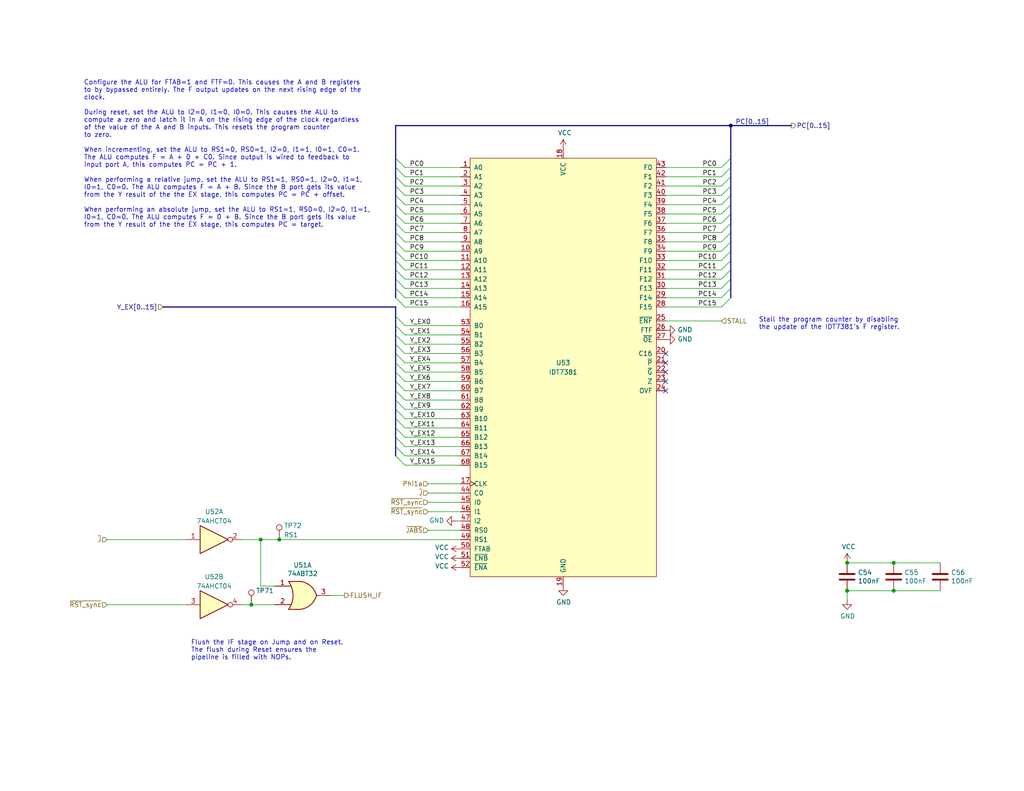
<source format=kicad_sch>
(kicad_sch (version 20230121) (generator eeschema)
  (paper "USLetter")
  (title_block (title "Program Counter") (date "2022-09-25") (rev "C") (comment 3 "sixteen-bit offset, or else reset to zero.") (comment 4 "Sixteen-bit program counter will either increment on the clock, add a specified"))
  (lib_symbols
    (symbol "74xx:74LS04"
      (property "Reference" "U" (at 0 1.27 0))
      (property "Value" "74LS04" (at 0 -1.27 0))
      (symbol "74LS04_1_0"
        (polyline (pts (xy -3.81 3.81) (xy -3.81 -3.81) (xy 3.81 0) (xy -3.81 3.81)) (stroke (width 0.254)) (fill (type background)))
        (pin input line (at -7.62 0 0) (length 3.81) (name "~") (number "1"))
        (pin output inverted (at 7.62 0 180) (length 3.81) (name "~") (number "2"))
      )
      (symbol "74LS04_2_0"
        (polyline (pts (xy -3.81 3.81) (xy -3.81 -3.81) (xy 3.81 0) (xy -3.81 3.81)) (stroke (width 0.254)) (fill (type background)))
        (pin input line (at -7.62 0 0) (length 3.81) (name "~") (number "3"))
        (pin output inverted (at 7.62 0 180) (length 3.81) (name "~") (number "4"))
      )
      (symbol "74LS04_3_0"
        (polyline (pts (xy -3.81 3.81) (xy -3.81 -3.81) (xy 3.81 0) (xy -3.81 3.81)) (stroke (width 0.254)) (fill (type background)))
        (pin input line (at -7.62 0 0) (length 3.81) (name "~") (number "5"))
        (pin output inverted (at 7.62 0 180) (length 3.81) (name "~") (number "6"))
      )
      (symbol "74LS04_4_0"
        (polyline (pts (xy -3.81 3.81) (xy -3.81 -3.81) (xy 3.81 0) (xy -3.81 3.81)) (stroke (width 0.254)) (fill (type background)))
        (pin output inverted (at 7.62 0 180) (length 3.81) (name "~") (number "8"))
        (pin input line (at -7.62 0 0) (length 3.81) (name "~") (number "9"))
      )
      (symbol "74LS04_5_0"
        (polyline (pts (xy -3.81 3.81) (xy -3.81 -3.81) (xy 3.81 0) (xy -3.81 3.81)) (stroke (width 0.254)) (fill (type background)))
        (pin output inverted (at 7.62 0 180) (length 3.81) (name "~") (number "10"))
        (pin input line (at -7.62 0 0) (length 3.81) (name "~") (number "11"))
      )
      (symbol "74LS04_6_0"
        (polyline (pts (xy -3.81 3.81) (xy -3.81 -3.81) (xy 3.81 0) (xy -3.81 3.81)) (stroke (width 0.254)) (fill (type background)))
        (pin output inverted (at 7.62 0 180) (length 3.81) (name "~") (number "12"))
        (pin input line (at -7.62 0 0) (length 3.81) (name "~") (number "13"))
      )
      (symbol "74LS04_7_0"
        (pin power_in line (at 0 12.7 270) (length 5.08) (name "VCC") (number "14"))
        (pin power_in line (at 0 -12.7 90) (length 5.08) (name "GND") (number "7"))
      )
      (symbol "74LS04_7_1"
        (rectangle (start -5.08 7.62) (end 5.08 -7.62) (stroke (width 0.254)) (fill (type background)))
      )
    )
    (symbol "74xx:74LS32" (pin_names (offset 1.016))
      (property "Reference" "U" (at 0 1.27 0))
      (property "Value" "74LS32" (at 0 -1.27 0))
      (symbol "74LS32_1_1"
        (arc (start -3.81 -3.81) (mid -2.589 0) (end -3.81 3.81) (stroke (width 0.254)))
        (arc (start -0.6096 -3.81) (mid 2.1842 -2.5851) (end 3.81 0) (stroke (width 0.254)) (fill (type background)))
        (polyline (pts (xy -3.81 -3.81) (xy -0.635 -3.81)) (stroke (width 0.254)) (fill (type background)))
        (polyline (pts (xy -3.81 3.81) (xy -0.635 3.81)) (stroke (width 0.254)) (fill (type background)))
        (polyline (pts (xy -0.635 3.81) (xy -3.81 3.81) (xy -3.81 3.81) (xy -3.556 3.4036) (xy -3.0226 2.2606) (xy -2.6924 1.0414) (xy -2.6162 -0.254) (xy -2.7686 -1.4986) (xy -3.175 -2.7178) (xy -3.81 -3.81) (xy -3.81 -3.81) (xy -0.635 -3.81)) (stroke (width -25.4)) (fill (type background)))
        (arc (start 3.81 0) (mid 2.1915 2.5936) (end -0.6096 3.81) (stroke (width 0.254)) (fill (type background)))
        (pin input line (at -7.62 2.54 0) (length 4.318) (name "~") (number "1"))
        (pin input line (at -7.62 -2.54 0) (length 4.318) (name "~") (number "2"))
        (pin output line (at 7.62 0 180) (length 3.81) (name "~") (number "3"))
      )
      (symbol "74LS32_1_2"
        (arc (start 0 -3.81) (mid 3.7934 0) (end 0 3.81) (stroke (width 0.254)) (fill (type background)))
        (polyline (pts (xy 0 3.81) (xy -3.81 3.81) (xy -3.81 -3.81) (xy 0 -3.81)) (stroke (width 0.254)) (fill (type background)))
        (pin input inverted (at -7.62 2.54 0) (length 3.81) (name "~") (number "1"))
        (pin input inverted (at -7.62 -2.54 0) (length 3.81) (name "~") (number "2"))
        (pin output inverted (at 7.62 0 180) (length 3.81) (name "~") (number "3"))
      )
      (symbol "74LS32_2_1"
        (arc (start -3.81 -3.81) (mid -2.589 0) (end -3.81 3.81) (stroke (width 0.254)))
        (arc (start -0.6096 -3.81) (mid 2.1842 -2.5851) (end 3.81 0) (stroke (width 0.254)) (fill (type background)))
        (polyline (pts (xy -3.81 -3.81) (xy -0.635 -3.81)) (stroke (width 0.254)) (fill (type background)))
        (polyline (pts (xy -3.81 3.81) (xy -0.635 3.81)) (stroke (width 0.254)) (fill (type background)))
        (polyline (pts (xy -0.635 3.81) (xy -3.81 3.81) (xy -3.81 3.81) (xy -3.556 3.4036) (xy -3.0226 2.2606) (xy -2.6924 1.0414) (xy -2.6162 -0.254) (xy -2.7686 -1.4986) (xy -3.175 -2.7178) (xy -3.81 -3.81) (xy -3.81 -3.81) (xy -0.635 -3.81)) (stroke (width -25.4)) (fill (type background)))
        (arc (start 3.81 0) (mid 2.1915 2.5936) (end -0.6096 3.81) (stroke (width 0.254)) (fill (type background)))
        (pin input line (at -7.62 2.54 0) (length 4.318) (name "~") (number "4"))
        (pin input line (at -7.62 -2.54 0) (length 4.318) (name "~") (number "5"))
        (pin output line (at 7.62 0 180) (length 3.81) (name "~") (number "6"))
      )
      (symbol "74LS32_2_2"
        (arc (start 0 -3.81) (mid 3.7934 0) (end 0 3.81) (stroke (width 0.254)) (fill (type background)))
        (polyline (pts (xy 0 3.81) (xy -3.81 3.81) (xy -3.81 -3.81) (xy 0 -3.81)) (stroke (width 0.254)) (fill (type background)))
        (pin input inverted (at -7.62 2.54 0) (length 3.81) (name "~") (number "4"))
        (pin input inverted (at -7.62 -2.54 0) (length 3.81) (name "~") (number "5"))
        (pin output inverted (at 7.62 0 180) (length 3.81) (name "~") (number "6"))
      )
      (symbol "74LS32_3_1"
        (arc (start -3.81 -3.81) (mid -2.589 0) (end -3.81 3.81) (stroke (width 0.254)))
        (arc (start -0.6096 -3.81) (mid 2.1842 -2.5851) (end 3.81 0) (stroke (width 0.254)) (fill (type background)))
        (polyline (pts (xy -3.81 -3.81) (xy -0.635 -3.81)) (stroke (width 0.254)) (fill (type background)))
        (polyline (pts (xy -3.81 3.81) (xy -0.635 3.81)) (stroke (width 0.254)) (fill (type background)))
        (polyline (pts (xy -0.635 3.81) (xy -3.81 3.81) (xy -3.81 3.81) (xy -3.556 3.4036) (xy -3.0226 2.2606) (xy -2.6924 1.0414) (xy -2.6162 -0.254) (xy -2.7686 -1.4986) (xy -3.175 -2.7178) (xy -3.81 -3.81) (xy -3.81 -3.81) (xy -0.635 -3.81)) (stroke (width -25.4)) (fill (type background)))
        (arc (start 3.81 0) (mid 2.1915 2.5936) (end -0.6096 3.81) (stroke (width 0.254)) (fill (type background)))
        (pin input line (at -7.62 -2.54 0) (length 4.318) (name "~") (number "10"))
        (pin output line (at 7.62 0 180) (length 3.81) (name "~") (number "8"))
        (pin input line (at -7.62 2.54 0) (length 4.318) (name "~") (number "9"))
      )
      (symbol "74LS32_3_2"
        (arc (start 0 -3.81) (mid 3.7934 0) (end 0 3.81) (stroke (width 0.254)) (fill (type background)))
        (polyline (pts (xy 0 3.81) (xy -3.81 3.81) (xy -3.81 -3.81) (xy 0 -3.81)) (stroke (width 0.254)) (fill (type background)))
        (pin input inverted (at -7.62 -2.54 0) (length 3.81) (name "~") (number "10"))
        (pin output inverted (at 7.62 0 180) (length 3.81) (name "~") (number "8"))
        (pin input inverted (at -7.62 2.54 0) (length 3.81) (name "~") (number "9"))
      )
      (symbol "74LS32_4_1"
        (arc (start -3.81 -3.81) (mid -2.589 0) (end -3.81 3.81) (stroke (width 0.254)))
        (arc (start -0.6096 -3.81) (mid 2.1842 -2.5851) (end 3.81 0) (stroke (width 0.254)) (fill (type background)))
        (polyline (pts (xy -3.81 -3.81) (xy -0.635 -3.81)) (stroke (width 0.254)) (fill (type background)))
        (polyline (pts (xy -3.81 3.81) (xy -0.635 3.81)) (stroke (width 0.254)) (fill (type background)))
        (polyline (pts (xy -0.635 3.81) (xy -3.81 3.81) (xy -3.81 3.81) (xy -3.556 3.4036) (xy -3.0226 2.2606) (xy -2.6924 1.0414) (xy -2.6162 -0.254) (xy -2.7686 -1.4986) (xy -3.175 -2.7178) (xy -3.81 -3.81) (xy -3.81 -3.81) (xy -0.635 -3.81)) (stroke (width -25.4)) (fill (type background)))
        (arc (start 3.81 0) (mid 2.1915 2.5936) (end -0.6096 3.81) (stroke (width 0.254)) (fill (type background)))
        (pin output line (at 7.62 0 180) (length 3.81) (name "~") (number "11"))
        (pin input line (at -7.62 2.54 0) (length 4.318) (name "~") (number "12"))
        (pin input line (at -7.62 -2.54 0) (length 4.318) (name "~") (number "13"))
      )
      (symbol "74LS32_4_2"
        (arc (start 0 -3.81) (mid 3.7934 0) (end 0 3.81) (stroke (width 0.254)) (fill (type background)))
        (polyline (pts (xy 0 3.81) (xy -3.81 3.81) (xy -3.81 -3.81) (xy 0 -3.81)) (stroke (width 0.254)) (fill (type background)))
        (pin output inverted (at 7.62 0 180) (length 3.81) (name "~") (number "11"))
        (pin input inverted (at -7.62 2.54 0) (length 3.81) (name "~") (number "12"))
        (pin input inverted (at -7.62 -2.54 0) (length 3.81) (name "~") (number "13"))
      )
      (symbol "74LS32_5_0"
        (pin power_in line (at 0 12.7 270) (length 5.08) (name "VCC") (number "14"))
        (pin power_in line (at 0 -12.7 90) (length 5.08) (name "GND") (number "7"))
      )
      (symbol "74LS32_5_1"
        (rectangle (start -5.08 7.62) (end 5.08 -7.62) (stroke (width 0.254)) (fill (type background)))
      )
    )
    (symbol "Connector:TestPoint" (pin_numbers hide) (pin_names (offset 0.762) hide)
      (property "Reference" "TP" (at 0 6.858 0))
      (property "Value" "TestPoint" (at 0 5.08 0))
      (symbol "TestPoint_0_1"
        (circle (center 0 3.302) (radius 0.762))
      )
      (symbol "TestPoint_1_1"
        (pin passive line (at 0 0 90) (length 2.54) (name "1") (number "1"))
      )
    )
    (symbol "Device:C" (pin_numbers hide) (pin_names (offset 0.254))
      (property "Reference" "C" (at 0.635 2.54 0))
      (property "Value" "C" (at 0.635 -2.54 0))
      (symbol "C_0_1"
        (polyline (pts (xy -2.032 -0.762) (xy 2.032 -0.762)) (stroke (width 0.508)))
        (polyline (pts (xy -2.032 0.762) (xy 2.032 0.762)) (stroke (width 0.508)))
      )
      (symbol "C_1_1"
        (pin passive line (at 0 3.81 270) (length 2.794) (name "~") (number "1"))
        (pin passive line (at 0 -3.81 90) (length 2.794) (name "~") (number "2"))
      )
    )
    (symbol "PCIFModule-rescue:IDT7381-CPU" (pin_names (offset 1.016))
      (property "Reference" "U" (at 1.27 2.54 0))
      (property "Value" "IDT7381-CPU" (at 1.27 0 0))
      (symbol "IDT7381-CPU_0_1"
        (rectangle (start -25.4 57.15) (end 25.4 -57.15) (fill (type background)))
      )
      (symbol "IDT7381-CPU_1_1"
        (pin input line (at -27.94 54.61 0) (length 2.54) (name "A0") (number "1"))
        (pin input line (at -27.94 31.75 0) (length 2.54) (name "A9") (number "10"))
        (pin input line (at -27.94 29.21 0) (length 2.54) (name "A10") (number "11"))
        (pin input line (at -27.94 26.67 0) (length 2.54) (name "A11") (number "12"))
        (pin input line (at -27.94 24.13 0) (length 2.54) (name "A12") (number "13"))
        (pin input line (at -27.94 21.59 0) (length 2.54) (name "A13") (number "14"))
        (pin input line (at -27.94 19.05 0) (length 2.54) (name "A14") (number "15"))
        (pin input line (at -27.94 16.51 0) (length 2.54) (name "A15") (number "16"))
        (pin input clock (at -27.94 -31.75 0) (length 2.54) (name "CLK") (number "17"))
        (pin power_in line (at 0 59.69 270) (length 2.54) (name "VCC") (number "18"))
        (pin power_in line (at 0 -59.69 90) (length 2.54) (name "GND") (number "19"))
        (pin input line (at -27.94 52.07 0) (length 2.54) (name "A1") (number "2"))
        (pin output line (at 27.94 3.81 180) (length 2.54) (name "C16") (number "20"))
        (pin output line (at 27.94 1.27 180) (length 2.54) (name "~{P}") (number "21"))
        (pin output line (at 27.94 -1.27 180) (length 2.54) (name "~{G}") (number "22"))
        (pin output line (at 27.94 -3.81 180) (length 2.54) (name "Z") (number "23"))
        (pin output line (at 27.94 -6.35 180) (length 2.54) (name "OVF") (number "24"))
        (pin input line (at 27.94 12.7 180) (length 2.54) (name "~{ENF}") (number "25"))
        (pin input line (at 27.94 10.16 180) (length 2.54) (name "FTF") (number "26"))
        (pin input line (at 27.94 7.62 180) (length 2.54) (name "~{OE}") (number "27"))
        (pin tri_state line (at 27.94 16.51 180) (length 2.54) (name "F15") (number "28"))
        (pin tri_state line (at 27.94 19.05 180) (length 2.54) (name "F14") (number "29"))
        (pin input line (at -27.94 49.53 0) (length 2.54) (name "A2") (number "3"))
        (pin tri_state line (at 27.94 21.59 180) (length 2.54) (name "F13") (number "30"))
        (pin tri_state line (at 27.94 24.13 180) (length 2.54) (name "F12") (number "31"))
        (pin tri_state line (at 27.94 26.67 180) (length 2.54) (name "F11") (number "32"))
        (pin tri_state line (at 27.94 29.21 180) (length 2.54) (name "F10") (number "33"))
        (pin tri_state line (at 27.94 31.75 180) (length 2.54) (name "F9") (number "34"))
        (pin tri_state line (at 27.94 34.29 180) (length 2.54) (name "F8") (number "35"))
        (pin tri_state line (at 27.94 36.83 180) (length 2.54) (name "F7") (number "36"))
        (pin tri_state line (at 27.94 39.37 180) (length 2.54) (name "F6") (number "37"))
        (pin tri_state line (at 27.94 41.91 180) (length 2.54) (name "F5") (number "38"))
        (pin tri_state line (at 27.94 44.45 180) (length 2.54) (name "F4") (number "39"))
        (pin input line (at -27.94 46.99 0) (length 2.54) (name "A3") (number "4"))
        (pin tri_state line (at 27.94 46.99 180) (length 2.54) (name "F3") (number "40"))
        (pin tri_state line (at 27.94 49.53 180) (length 2.54) (name "F2") (number "41"))
        (pin tri_state line (at 27.94 52.07 180) (length 2.54) (name "F1") (number "42"))
        (pin tri_state line (at 27.94 54.61 180) (length 2.54) (name "F0") (number "43"))
        (pin input line (at -27.94 -34.29 0) (length 2.54) (name "C0") (number "44"))
        (pin input line (at -27.94 -36.83 0) (length 2.54) (name "I0") (number "45"))
        (pin input line (at -27.94 -39.37 0) (length 2.54) (name "I1") (number "46"))
        (pin input line (at -27.94 -41.91 0) (length 2.54) (name "I2") (number "47"))
        (pin input line (at -27.94 -44.45 0) (length 2.54) (name "RS0") (number "48"))
        (pin input line (at -27.94 -46.99 0) (length 2.54) (name "RS1") (number "49"))
        (pin input line (at -27.94 44.45 0) (length 2.54) (name "A4") (number "5"))
        (pin input line (at -27.94 -49.53 0) (length 2.54) (name "FTAB") (number "50"))
        (pin input line (at -27.94 -52.07 0) (length 2.54) (name "~{ENB}") (number "51"))
        (pin input line (at -27.94 -54.61 0) (length 2.54) (name "~{ENA}") (number "52"))
        (pin input line (at -27.94 11.43 0) (length 2.54) (name "B0") (number "53"))
        (pin input line (at -27.94 8.89 0) (length 2.54) (name "B1") (number "54"))
        (pin input line (at -27.94 6.35 0) (length 2.54) (name "B2") (number "55"))
        (pin input line (at -27.94 3.81 0) (length 2.54) (name "B3") (number "56"))
        (pin input line (at -27.94 1.27 0) (length 2.54) (name "B4") (number "57"))
        (pin input line (at -27.94 -1.27 0) (length 2.54) (name "B5") (number "58"))
        (pin input line (at -27.94 -3.81 0) (length 2.54) (name "B6") (number "59"))
        (pin input line (at -27.94 41.91 0) (length 2.54) (name "A5") (number "6"))
        (pin input line (at -27.94 -6.35 0) (length 2.54) (name "B7") (number "60"))
        (pin input line (at -27.94 -8.89 0) (length 2.54) (name "B8") (number "61"))
        (pin input line (at -27.94 -11.43 0) (length 2.54) (name "B9") (number "62"))
        (pin input line (at -27.94 -13.97 0) (length 2.54) (name "B10") (number "63"))
        (pin input line (at -27.94 -16.51 0) (length 2.54) (name "B11") (number "64"))
        (pin input line (at -27.94 -19.05 0) (length 2.54) (name "B12") (number "65"))
        (pin input line (at -27.94 -21.59 0) (length 2.54) (name "B13") (number "66"))
        (pin input line (at -27.94 -24.13 0) (length 2.54) (name "B14") (number "67"))
        (pin input line (at -27.94 -26.67 0) (length 2.54) (name "B15") (number "68"))
        (pin input line (at -27.94 39.37 0) (length 2.54) (name "A6") (number "7"))
        (pin input line (at -27.94 36.83 0) (length 2.54) (name "A7") (number "8"))
        (pin input line (at -27.94 34.29 0) (length 2.54) (name "A8") (number "9"))
      )
    )
    (symbol "power:GND" (power) (pin_names (offset 0))
      (property "Value" "GND" (at 0 -3.81 0))
      (symbol "GND_0_1"
        (polyline (pts (xy 0 0) (xy 0 -1.27) (xy 1.27 -1.27) (xy 0 -2.54) (xy -1.27 -1.27) (xy 0 -1.27)))
      )
      (symbol "GND_1_1"
        (pin power_in line (at 0 0 270) (length 0) hide (name "GND") (number "1"))
      )
    )
    (symbol "power:VCC" (power) (pin_names (offset 0))
      (property "Value" "VCC" (at 0 3.81 0))
      (symbol "VCC_0_1"
        (polyline (pts (xy -0.762 1.27) (xy 0 2.54)))
        (polyline (pts (xy 0 0) (xy 0 2.54)))
        (polyline (pts (xy 0 2.54) (xy 0.762 1.27)))
      )
      (symbol "VCC_1_1"
        (pin power_in line (at 0 0 90) (length 0) hide (name "VCC") (number "1"))
      )
    )
  )
  (junction (at -53.34 147.32))
  (junction (at -29.21 157.48))
  (junction (at 231.14 161.29))
  (junction (at -53.34 152.4))
  (junction (at -53.34 133.35))
  (junction (at -53.34 162.56))
  (junction (at -53.34 167.64))
  (junction (at -29.21 143.51))
  (junction (at 243.84 161.29))
  (junction (at -29.21 129.54))
  (junction (at 199.39 34.29))
  (junction (at 231.14 153.67))
  (junction (at -29.21 171.45))
  (junction (at 71.12 147.32))
  (junction (at 76.2 147.32))
  (junction (at 243.84 153.67))
  (junction (at 68.58 165.1))
  (junction (at -53.34 138.43))
  (no_connect (at -13.97 129.54))
  (no_connect (at 181.61 104.14))
  (no_connect (at -13.97 143.51))
  (no_connect (at 181.61 101.6))
  (no_connect (at -35.56 165.1))
  (no_connect (at 181.61 106.68))
  (no_connect (at -35.56 135.89))
  (no_connect (at -13.97 157.48))
  (no_connect (at -35.56 149.86))
  (no_connect (at 181.61 96.52))
  (no_connect (at 181.61 99.06))
  (no_connect (at -13.97 171.45))
  (bus_entry (at 110.49 53.34) (size -2.54 -2.54))
  (bus_entry (at 110.49 91.44) (size -2.54 -2.54))
  (bus_entry (at 110.49 48.26) (size -2.54 -2.54))
  (bus_entry (at 110.49 76.2) (size -2.54 -2.54))
  (bus_entry (at 110.49 63.5) (size -2.54 -2.54))
  (bus_entry (at 110.49 73.66) (size -2.54 -2.54))
  (bus_entry (at 196.85 48.26) (size 2.54 -2.54))
  (bus_entry (at 110.49 99.06) (size -2.54 -2.54))
  (bus_entry (at 196.85 55.88) (size 2.54 -2.54))
  (bus_entry (at 196.85 73.66) (size 2.54 -2.54))
  (bus_entry (at 110.49 66.04) (size -2.54 -2.54))
  (bus_entry (at 110.49 96.52) (size -2.54 -2.54))
  (bus_entry (at 196.85 76.2) (size 2.54 -2.54))
  (bus_entry (at 110.49 55.88) (size -2.54 -2.54))
  (bus_entry (at 110.49 60.96) (size -2.54 -2.54))
  (bus_entry (at 196.85 71.12) (size 2.54 -2.54))
  (bus_entry (at 110.49 101.6) (size -2.54 -2.54))
  (bus_entry (at 110.49 119.38) (size -2.54 -2.54))
  (bus_entry (at 110.49 71.12) (size -2.54 -2.54))
  (bus_entry (at 110.49 114.3) (size -2.54 -2.54))
  (bus_entry (at 110.49 88.9) (size -2.54 -2.54))
  (bus_entry (at 196.85 81.28) (size 2.54 -2.54))
  (bus_entry (at 196.85 66.04) (size 2.54 -2.54))
  (bus_entry (at 196.85 68.58) (size 2.54 -2.54))
  (bus_entry (at 110.49 81.28) (size -2.54 -2.54))
  (bus_entry (at 110.49 127) (size -2.54 -2.54))
  (bus_entry (at 196.85 83.82) (size 2.54 -2.54))
  (bus_entry (at 110.49 45.72) (size -2.54 -2.54))
  (bus_entry (at 196.85 63.5) (size 2.54 -2.54))
  (bus_entry (at 110.49 83.82) (size -2.54 -2.54))
  (bus_entry (at 110.49 121.92) (size -2.54 -2.54))
  (bus_entry (at 110.49 78.74) (size -2.54 -2.54))
  (bus_entry (at 110.49 109.22) (size -2.54 -2.54))
  (bus_entry (at 196.85 50.8) (size 2.54 -2.54))
  (bus_entry (at 196.85 45.72) (size 2.54 -2.54))
  (bus_entry (at 110.49 111.76) (size -2.54 -2.54))
  (bus_entry (at 110.49 50.8) (size -2.54 -2.54))
  (bus_entry (at 110.49 124.46) (size -2.54 -2.54))
  (bus_entry (at 110.49 93.98) (size -2.54 -2.54))
  (bus_entry (at 196.85 53.34) (size 2.54 -2.54))
  (bus_entry (at 110.49 58.42) (size -2.54 -2.54))
  (bus_entry (at 196.85 60.96) (size 2.54 -2.54))
  (bus_entry (at 110.49 106.68) (size -2.54 -2.54))
  (bus_entry (at 110.49 68.58) (size -2.54 -2.54))
  (bus_entry (at 196.85 58.42) (size 2.54 -2.54))
  (bus_entry (at 196.85 78.74) (size 2.54 -2.54))
  (bus_entry (at 110.49 116.84) (size -2.54 -2.54))
  (bus_entry (at 110.49 104.14) (size -2.54 -2.54))
  (wire (pts (xy -53.34 118.11) (xy -53.34 133.35)))
  (wire (pts (xy 256.54 161.29) (xy 243.84 161.29)))
  (wire (pts (xy 68.58 165.1) (xy 74.93 165.1)))
  (wire (pts (xy 71.12 160.02) (xy 71.12 147.32)))
  (wire (pts (xy 110.49 58.42) (xy 125.73 58.42)))
  (bus (pts (xy 107.95 63.5) (xy 107.95 66.04)))
  (bus (pts (xy 107.95 119.38) (xy 107.95 121.92)))
  (bus (pts (xy 199.39 58.42) (xy 199.39 60.96)))
  (wire (pts (xy 110.49 106.68) (xy 125.73 106.68)))
  (wire (pts (xy 110.49 78.74) (xy 125.73 78.74)))
  (wire (pts (xy 110.49 114.3) (xy 125.73 114.3)))
  (wire (pts (xy 196.85 78.74) (xy 181.61 78.74)))
  (bus (pts (xy 107.95 104.14) (xy 107.95 106.68)))
  (bus (pts (xy 199.39 50.8) (xy 199.39 53.34)))
  (wire (pts (xy 66.04 147.32) (xy 71.12 147.32)))
  (wire (pts (xy -50.8 133.35) (xy -53.34 133.35)))
  (wire (pts (xy -50.8 138.43) (xy -53.34 138.43)))
  (bus (pts (xy 107.95 116.84) (xy 107.95 119.38)))
  (wire (pts (xy 196.85 73.66) (xy 181.61 73.66)))
  (wire (pts (xy 110.49 93.98) (xy 125.73 93.98)))
  (bus (pts (xy 199.39 34.29) (xy 199.39 43.18)))
  (bus (pts (xy 107.95 109.22) (xy 107.95 111.76)))
  (wire (pts (xy 110.49 91.44) (xy 125.73 91.44)))
  (wire (pts (xy 116.84 139.7) (xy 125.73 139.7)))
  (wire (pts (xy 196.85 83.82) (xy 181.61 83.82)))
  (wire (pts (xy -29.21 199.39) (xy -29.21 200.66)))
  (wire (pts (xy 196.85 76.2) (xy 181.61 76.2)))
  (bus (pts (xy 107.95 99.06) (xy 107.95 101.6)))
  (bus (pts (xy 107.95 43.18) (xy 107.95 45.72)))
  (wire (pts (xy -53.34 162.56) (xy -53.34 167.64)))
  (bus (pts (xy 107.95 83.82) (xy 44.45 83.82)))
  (wire (pts (xy -53.34 138.43) (xy -53.34 147.32)))
  (bus (pts (xy 107.95 73.66) (xy 107.95 76.2)))
  (bus (pts (xy 107.95 121.92) (xy 107.95 124.46)))
  (bus (pts (xy 107.95 88.9) (xy 107.95 91.44)))
  (bus (pts (xy 199.39 68.58) (xy 199.39 71.12)))
  (bus (pts (xy 199.39 73.66) (xy 199.39 76.2)))
  (wire (pts (xy 110.49 109.22) (xy 125.73 109.22)))
  (wire (pts (xy 110.49 88.9) (xy 125.73 88.9)))
  (wire (pts (xy -29.21 143.51) (xy -29.21 157.48)))
  (bus (pts (xy 107.95 93.98) (xy 107.95 96.52)))
  (bus (pts (xy 107.95 86.36) (xy 107.95 88.9)))
  (wire (pts (xy 71.12 147.32) (xy 76.2 147.32)))
  (wire (pts (xy 29.21 165.1) (xy 50.8 165.1)))
  (bus (pts (xy 107.95 58.42) (xy 107.95 60.96)))
  (wire (pts (xy 110.49 73.66) (xy 125.73 73.66)))
  (bus (pts (xy 107.95 55.88) (xy 107.95 58.42)))
  (bus (pts (xy 199.39 53.34) (xy 199.39 55.88)))
  (wire (pts (xy 196.85 53.34) (xy 181.61 53.34)))
  (bus (pts (xy 107.95 96.52) (xy 107.95 99.06)))
  (wire (pts (xy 110.49 83.82) (xy 125.73 83.82)))
  (bus (pts (xy 199.39 43.18) (xy 199.39 45.72)))
  (wire (pts (xy 231.14 163.83) (xy 231.14 161.29)))
  (bus (pts (xy 199.39 66.04) (xy 199.39 68.58)))
  (wire (pts (xy 196.85 45.72) (xy 181.61 45.72)))
  (wire (pts (xy 196.85 48.26) (xy 181.61 48.26)))
  (bus (pts (xy 199.39 60.96) (xy 199.39 63.5)))
  (bus (pts (xy 107.95 83.82) (xy 107.95 86.36)))
  (wire (pts (xy 196.85 63.5) (xy 181.61 63.5)))
  (wire (pts (xy -50.8 162.56) (xy -53.34 162.56)))
  (wire (pts (xy 110.49 45.72) (xy 125.73 45.72)))
  (bus (pts (xy 107.95 106.68) (xy 107.95 109.22)))
  (bus (pts (xy 107.95 111.76) (xy 107.95 114.3)))
  (bus (pts (xy 107.95 76.2) (xy 107.95 78.74)))
  (bus (pts (xy 107.95 91.44) (xy 107.95 93.98)))
  (bus (pts (xy 107.95 78.74) (xy 107.95 81.28)))
  (wire (pts (xy 110.49 50.8) (xy 125.73 50.8)))
  (bus (pts (xy 199.39 71.12) (xy 199.39 73.66)))
  (wire (pts (xy -50.8 152.4) (xy -53.34 152.4)))
  (wire (pts (xy 116.84 144.78) (xy 125.73 144.78)))
  (bus (pts (xy 107.95 34.29) (xy 107.95 43.18)))
  (wire (pts (xy 116.84 137.16) (xy 125.73 137.16)))
  (wire (pts (xy 110.49 53.34) (xy 125.73 53.34)))
  (wire (pts (xy 110.49 99.06) (xy 125.73 99.06)))
  (bus (pts (xy 199.39 48.26) (xy 199.39 50.8)))
  (wire (pts (xy 231.14 153.67) (xy 243.84 153.67)))
  (wire (pts (xy 110.49 104.14) (xy 125.73 104.14)))
  (bus (pts (xy 107.95 34.29) (xy 199.39 34.29)))
  (bus (pts (xy 199.39 55.88) (xy 199.39 58.42)))
  (wire (pts (xy 110.49 60.96) (xy 125.73 60.96)))
  (bus (pts (xy 107.95 48.26) (xy 107.95 50.8)))
  (bus (pts (xy 107.95 101.6) (xy 107.95 104.14)))
  (wire (pts (xy 110.49 116.84) (xy 125.73 116.84)))
  (wire (pts (xy -50.8 147.32) (xy -53.34 147.32)))
  (bus (pts (xy 107.95 66.04) (xy 107.95 68.58)))
  (wire (pts (xy -29.21 129.54) (xy -29.21 143.51)))
  (wire (pts (xy 110.49 96.52) (xy 125.73 96.52)))
  (wire (pts (xy -53.34 152.4) (xy -53.34 162.56)))
  (bus (pts (xy 107.95 45.72) (xy 107.95 48.26)))
  (bus (pts (xy 107.95 71.12) (xy 107.95 73.66)))
  (wire (pts (xy 110.49 71.12) (xy 125.73 71.12)))
  (wire (pts (xy 110.49 124.46) (xy 125.73 124.46)))
  (wire (pts (xy 66.04 165.1) (xy 68.58 165.1)))
  (bus (pts (xy 199.39 63.5) (xy 199.39 66.04)))
  (wire (pts (xy 196.85 60.96) (xy 181.61 60.96)))
  (wire (pts (xy 110.49 81.28) (xy 125.73 81.28)))
  (bus (pts (xy 199.39 76.2) (xy 199.39 78.74)))
  (wire (pts (xy 243.84 161.29) (xy 231.14 161.29)))
  (wire (pts (xy 196.85 68.58) (xy 181.61 68.58)))
  (bus (pts (xy 199.39 45.72) (xy 199.39 48.26)))
  (bus (pts (xy 107.95 60.96) (xy 107.95 63.5)))
  (bus (pts (xy 199.39 78.74) (xy 199.39 81.28)))
  (wire (pts (xy 110.49 121.92) (xy 125.73 121.92)))
  (wire (pts (xy 110.49 111.76) (xy 125.73 111.76)))
  (wire (pts (xy 196.85 81.28) (xy 181.61 81.28)))
  (bus (pts (xy 107.95 114.3) (xy 107.95 116.84)))
  (wire (pts (xy -29.21 157.48) (xy -29.21 171.45)))
  (wire (pts (xy 110.49 66.04) (xy 125.73 66.04)))
  (wire (pts (xy 93.98 162.56) (xy 90.17 162.56)))
  (wire (pts (xy 243.84 153.67) (xy 256.54 153.67)))
  (wire (pts (xy 196.85 50.8) (xy 181.61 50.8)))
  (wire (pts (xy 110.49 48.26) (xy 125.73 48.26)))
  (wire (pts (xy 110.49 76.2) (xy 125.73 76.2)))
  (wire (pts (xy 110.49 68.58) (xy 125.73 68.58)))
  (wire (pts (xy 181.61 87.63) (xy 196.85 87.63)))
  (wire (pts (xy -29.21 171.45) (xy -29.21 173.99)))
  (bus (pts (xy 107.95 68.58) (xy 107.95 71.12)))
  (wire (pts (xy -53.34 167.64) (xy -53.34 173.99)))
  (wire (pts (xy 110.49 119.38) (xy 125.73 119.38)))
  (bus (pts (xy 107.95 53.34) (xy 107.95 55.88)))
  (wire (pts (xy -53.34 147.32) (xy -53.34 152.4)))
  (bus (pts (xy 107.95 50.8) (xy 107.95 53.34)))
  (wire (pts (xy 196.85 71.12) (xy 181.61 71.12)))
  (wire (pts (xy 116.84 134.62) (xy 125.73 134.62)))
  (wire (pts (xy -29.21 118.11) (xy -29.21 129.54)))
  (wire (pts (xy 29.21 147.32) (xy 50.8 147.32)))
  (wire (pts (xy 110.49 101.6) (xy 125.73 101.6)))
  (wire (pts (xy 196.85 55.88) (xy 181.61 55.88)))
  (wire (pts (xy 76.2 147.32) (xy 125.73 147.32)))
  (bus (pts (xy 215.9 34.29) (xy 199.39 34.29)))
  (wire (pts (xy 125.73 142.24) (xy 124.46 142.24)))
  (wire (pts (xy 74.93 160.02) (xy 71.12 160.02)))
  (wire (pts (xy 116.84 132.08) (xy 125.73 132.08)))
  (wire (pts (xy -53.34 133.35) (xy -53.34 138.43)))
  (wire (pts (xy 110.49 127) (xy 125.73 127)))
  (wire (pts (xy -50.8 167.64) (xy -53.34 167.64)))
  (wire (pts (xy 110.49 55.88) (xy 125.73 55.88)))
  (wire (pts (xy 196.85 66.04) (xy 181.61 66.04)))
  (wire (pts (xy 110.49 63.5) (xy 125.73 63.5)))
  (wire (pts (xy 196.85 58.42) (xy 181.61 58.42)))
  (text "Stall the program counter by disabling\nthe update of the IDT7381’s F register." (at 207.01 90.17 0) (effects (font (size 1.27 1.27)) (justify left bottom)))
  (text "Flush the IF stage on Jump and on Reset.\nThe flush during Reset ensures the\npipeline is filled with NOPs." (at 52.07 180.34 0) (effects (font (size 1.27 1.27)) (justify left bottom)))
  (text "Configure the ALU for FTAB=1 and FTF=0. This causes the A and B registers\nto by bypassed entirely. The F output updates on the next rising edge of the\nclock.\n\nDuring reset, set the ALU to I2=0, I1=0, I0=0. This causes the ALU to\ncompute a zero and latch it in A on the rising edge of the clock regardless\nof the value of the A and B inputs. This resets the program counter\nto zero.\n\nWhen incrementing, set the ALU to RS1=0, RS0=1, I2=0, I1=1, I0=1, C0=1.\nThe ALU computes F = A + 0 + C0. Since output is wired to feedback to\ninput port A, this computes PC = PC + 1.\n\nWhen performing a relative jump, set the ALU to RS1=1, RS0=1, I2=0, I1=1,\nI0=1, C0=0. The ALU computes F = A + B. Since the B port gets its value\nfrom the Y result of the the EX stage, this computes PC = PC + offset.\n\nWhen performing an absolute jump, set the ALU to RS1=1, RS0=0, I2=0, I1=1,\nI0=1, C0=0. The ALU computes F = 0 + B. Since the B port gets its value\nfrom the Y result of the the EX stage, this computes PC = target." (at 22.86 62.23 0) (effects (font (size 1.27 1.27)) (justify left bottom)))
  (label "PC8" (at 111.76 66.04 0))
  (label "PC11" (at 111.76 73.66 0))
  (label "Y_EX9" (at 111.76 111.76 0))
  (label "PC3" (at 111.76 53.34 0))
  (label "Y_EX1" (at 111.76 91.44 0))
  (label "PC13" (at 111.76 78.74 0))
  (label "PC4" (at 111.76 55.88 0))
  (label "PC2" (at 195.58 50.8 180))
  (label "Y_EX6" (at 111.76 104.14 0))
  (label "Y_EX14" (at 111.76 124.46 0))
  (label "Y_EX13" (at 111.76 121.92 0))
  (label "PC9" (at 195.58 68.58 180))
  (label "Y_EX0" (at 111.76 88.9 0))
  (label "PC15" (at 195.58 83.82 180))
  (label "PC15" (at 111.76 83.82 0))
  (label "PC0" (at 111.76 45.72 0))
  (label "Y_EX3" (at 111.76 96.52 0))
  (label "PC5" (at 195.58 58.42 180))
  (label "PC11" (at 195.58 73.66 180))
  (label "Y_EX11" (at 111.76 116.84 0))
  (label "PC10" (at 195.58 71.12 180))
  (label "Y_EX7" (at 111.76 106.68 0))
  (label "Y_EX5" (at 111.76 101.6 0))
  (label "PC14" (at 111.76 81.28 0))
  (label "Y_EX2" (at 111.76 93.98 0))
  (label "PC12" (at 195.58 76.2 180))
  (label "PC10" (at 111.76 71.12 0))
  (label "PC8" (at 195.58 66.04 180))
  (label "PC6" (at 111.76 60.96 0))
  (label "PC6" (at 195.58 60.96 180))
  (label "PC2" (at 111.76 50.8 0))
  (label "PC9" (at 111.76 68.58 0))
  (label "PC4" (at 195.58 55.88 180))
  (label "Y_EX4" (at 111.76 99.06 0))
  (label "PC13" (at 195.58 78.74 180))
  (label "PC0" (at 195.58 45.72 180))
  (label "PC1" (at 195.58 48.26 180))
  (label "PC14" (at 195.58 81.28 180))
  (label "Y_EX12" (at 111.76 119.38 0))
  (label "Y_EX15" (at 111.76 127 0))
  (label "Y_EX10" (at 111.76 114.3 0))
  (label "PC7" (at 195.58 63.5 180))
  (label "PC3" (at 195.58 53.34 180))
  (label "PC5" (at 111.76 58.42 0))
  (label "PC[0..15]" (at 200.66 34.29 0))
  (label "PC7" (at 111.76 63.5 0))
  (label "Y_EX8" (at 111.76 109.22 0))
  (label "PC12" (at 111.76 76.2 0))
  (label "PC1" (at 111.76 48.26 0))
  (hierarchical_label "STALL" (shape input) (at 196.85 87.63 0))
  (hierarchical_label "~{JABS}" (shape input) (at 116.84 144.78 180))
  (hierarchical_label "PC[0..15]" (shape output) (at 215.9 34.29 0))
  (hierarchical_label "Phi1a" (shape input) (at 116.84 132.08 180))
  (hierarchical_label "~{RST_sync}" (shape input) (at 116.84 139.7 180))
  (hierarchical_label "Y_EX[0..15]" (shape input) (at 44.45 83.82 180))
  (hierarchical_label "~{J}" (shape input) (at 29.21 147.32 180))
  (hierarchical_label "~{J}" (shape input) (at 116.84 134.62 180))
  (hierarchical_label "~{RST_sync}" (shape input) (at 29.21 165.1 180))
  (hierarchical_label "~{RST_sync}" (shape input) (at 116.84 137.16 180))
  (hierarchical_label "FLUSH_IF" (shape output) (at 93.98 162.56 0))
  (symbol (lib_id "Device:C") (at 231.14 157.48 0) (unit 1)
    (property "Reference" "C54" (at 234.061 156.3116 0) (effects (justify left)))
    (property "Value" "100nF" (at 234.061 158.623 0) (effects (justify left)))
    (property "Footprint" "Capacitor_SMD:C_0603_1608Metric_Pad1.08x0.95mm_HandSolder" (effects hide))
    (property "Mouser" "https://www.mouser.com/ProductDetail/963-EMK107B7104KAHT" (effects hide))
  )
  (symbol (lib_id "Device:C") (at 243.84 157.48 0) (unit 1)
    (property "Reference" "C55" (at 246.761 156.3116 0) (effects (justify left)))
    (property "Value" "100nF" (at 246.761 158.623 0) (effects (justify left)))
    (property "Footprint" "Capacitor_SMD:C_0603_1608Metric_Pad1.08x0.95mm_HandSolder" (effects hide))
    (property "Mouser" "https://www.mouser.com/ProductDetail/963-EMK107B7104KAHT" (effects hide))
  )
  (symbol (lib_id "power:VCC") (at 231.14 153.67 0) (unit 1)
    (property "Reference" "#PWR0294" (effects hide))
    (property "Value" "VCC" (at 231.5718 149.2758 0))
  )
  (symbol (lib_id "power:GND") (at 231.14 163.83 0) (unit 1)
    (property "Reference" "#PWR0295" (effects hide))
    (property "Value" "GND" (at 231.267 168.2242 0))
  )
  (symbol (lib_id "PCIFModule-rescue:IDT7381-CPU") (at 153.67 100.33 0) (unit 1)
    (property "Reference" "U53" (at 153.67 99.06 0))
    (property "Value" "IDT7381" (at 153.67 101.6 0))
    (property "Footprint" "Package_LCC:PLCC-68_SMD-Socket" (effects hide))
    (property "Datasheet" "https://www.digchip.com/datasheets/download_datasheet.php?id=419696&part-number=IDT7381" (effects hide))
    (property "Mouser" "https://www.mouser.com/ProductDetail/3M-Electronic-Solutions-Division/8468-21B1-RK-TP?qs=WZRMhwwaLl%2FJN6Bcf7US3Q%3D%3D" (effects hide))
  )
  (symbol (lib_id "power:VCC") (at 153.67 40.64 0) (unit 1)
    (property "Reference" "#PWR0290" (effects hide))
    (property "Value" "VCC" (at 154.1018 36.2458 0))
  )
  (symbol (lib_id "power:GND") (at 153.67 160.02 0) (unit 1)
    (property "Reference" "#PWR0291" (effects hide))
    (property "Value" "GND" (at 153.797 164.4142 0))
  )
  (symbol (lib_id "power:GND") (at 181.61 92.71 90) (unit 1)
    (property "Reference" "#PWR0293" (effects hide))
    (property "Value" "GND" (at 184.8612 92.583 90) (effects (justify right)))
  )
  (symbol (lib_id "power:VCC") (at 125.73 149.86 90) (unit 1)
    (property "Reference" "#PWR0287" (effects hide))
    (property "Value" "VCC" (at 122.5042 149.479 90) (effects (justify left)))
  )
  (symbol (lib_id "power:VCC") (at 125.73 152.4 90) (unit 1)
    (property "Reference" "#PWR0288" (effects hide))
    (property "Value" "VCC" (at 122.5042 152.019 90) (effects (justify left)))
  )
  (symbol (lib_id "power:VCC") (at 125.73 154.94 90) (unit 1)
    (property "Reference" "#PWR0289" (effects hide))
    (property "Value" "VCC" (at 122.5042 154.559 90) (effects (justify left)))
  )
  (symbol (lib_id "power:GND") (at 181.61 90.17 90) (unit 1)
    (property "Reference" "#PWR0292" (effects hide))
    (property "Value" "GND" (at 184.8612 90.043 90) (effects (justify right)))
  )
  (symbol (lib_id "74xx:74LS04") (at -29.21 186.69 0) (unit 7)
    (property "Reference" "U52" (at -29.21 185.42 0))
    (property "Value" "74AHCT04" (at -29.21 187.96 0))
    (property "Footprint" "Package_SO:TSSOP-14_4.4x5mm_P0.65mm" (effects hide))
    (property "Datasheet" "http://www.ti.com/lit/gpn/sn74LS04" (effects hide))
    (property "Mouser" "https://www.mouser.com/ProductDetail/771-AHCT04PW112" (effects hide))
  )
  (symbol (lib_id "power:VCC") (at -29.21 118.11 0) (unit 1)
    (property "Reference" "#PWR0284" (effects hide))
    (property "Value" "VCC" (at -28.7782 113.7158 0))
  )
  (symbol (lib_id "power:GND") (at -29.21 200.66 0) (mirror y) (unit 1)
    (property "Reference" "#PWR0285" (effects hide))
    (property "Value" "GND" (at -29.337 205.0542 0))
  )
  (symbol (lib_id "74xx:74LS04") (at 58.42 165.1 0) (unit 2)
    (property "Reference" "U52" (at 58.42 157.48 0))
    (property "Value" "74AHCT04" (at 58.42 160.02 0))
    (property "Footprint" "Package_SO:TSSOP-14_4.4x5mm_P0.65mm" (effects hide))
    (property "Datasheet" "http://www.ti.com/lit/gpn/sn74LS04" (effects hide))
    (property "Mouser" "https://www.mouser.com/ProductDetail/771-AHCT04PW112" (effects hide))
  )
  (symbol (lib_id "74xx:74LS04") (at -21.59 129.54 0) (unit 3)
    (property "Reference" "U52" (at -21.59 121.92 0))
    (property "Value" "74AHCT04" (at -21.59 124.46 0))
    (property "Footprint" "Package_SO:TSSOP-14_4.4x5mm_P0.65mm" (effects hide))
    (property "Datasheet" "http://www.ti.com/lit/gpn/sn74LS04" (effects hide))
    (property "Mouser" "https://www.mouser.com/ProductDetail/771-AHCT04PW112" (effects hide))
  )
  (symbol (lib_id "74xx:74LS04") (at -21.59 143.51 0) (unit 4)
    (property "Reference" "U52" (at -21.59 135.89 0))
    (property "Value" "74AHCT04" (at -21.59 138.43 0))
    (property "Footprint" "Package_SO:TSSOP-14_4.4x5mm_P0.65mm" (effects hide))
    (property "Datasheet" "http://www.ti.com/lit/gpn/sn74LS04" (effects hide))
    (property "Mouser" "https://www.mouser.com/ProductDetail/771-AHCT04PW112" (effects hide))
  )
  (symbol (lib_id "74xx:74LS04") (at -21.59 157.48 0) (unit 5)
    (property "Reference" "U52" (at -21.59 149.86 0))
    (property "Value" "74AHCT04" (at -21.59 152.4 0))
    (property "Footprint" "Package_SO:TSSOP-14_4.4x5mm_P0.65mm" (effects hide))
    (property "Datasheet" "http://www.ti.com/lit/gpn/sn74LS04" (effects hide))
    (property "Mouser" "https://www.mouser.com/ProductDetail/771-AHCT04PW112" (effects hide))
  )
  (symbol (lib_id "74xx:74LS04") (at 58.42 147.32 0) (unit 1)
    (property "Reference" "U52" (at 58.42 139.7 0))
    (property "Value" "74AHCT04" (at 58.42 142.24 0))
    (property "Footprint" "Package_SO:TSSOP-14_4.4x5mm_P0.65mm" (effects hide))
    (property "Datasheet" "http://www.ti.com/lit/gpn/sn74LS04" (effects hide))
    (property "Mouser" "https://www.mouser.com/ProductDetail/771-AHCT04PW112" (effects hide))
  )
  (symbol (lib_id "74xx:74LS04") (at -21.59 171.45 0) (unit 6)
    (property "Reference" "U52" (at -21.59 163.83 0))
    (property "Value" "74AHCT04" (at -21.59 166.37 0))
    (property "Footprint" "Package_SO:TSSOP-14_4.4x5mm_P0.65mm" (effects hide))
    (property "Datasheet" "http://www.ti.com/lit/gpn/sn74LS04" (effects hide))
    (property "Mouser" "https://www.mouser.com/ProductDetail/771-AHCT04PW112" (effects hide))
  )
  (symbol (lib_id "power:GND") (at 124.46 142.24 270) (mirror x) (unit 1)
    (property "Reference" "#PWR0286" (effects hide))
    (property "Value" "GND" (at 121.2088 142.113 90) (effects (justify right)))
  )
  (symbol (lib_id "power:VCC") (at -53.34 118.11 0) (unit 1)
    (property "Reference" "#PWR0282" (effects hide))
    (property "Value" "VCC" (at -52.9082 113.7158 0))
  )
  (symbol (lib_id "power:GND") (at -53.34 199.39 0) (unit 1)
    (property "Reference" "#PWR0283" (effects hide))
    (property "Value" "GND" (at -53.213 203.7842 0))
  )
  (symbol (lib_id "74xx:74LS32") (at -43.18 149.86 0) (unit 3)
    (property "Reference" "U51" (at -43.18 141.605 0))
    (property "Value" "74ABT32" (at -43.18 143.9164 0))
    (property "Footprint" "Package_SO:TSSOP-14_4.4x5mm_P0.65mm" (effects hide))
    (property "Datasheet" "http://www.ti.com/lit/gpn/sn74LS32" (effects hide))
    (property "Mouser" "https://www.mouser.com/ProductDetail/Nexperia/74ABT32PW118?qs=P62ublwmbi%2FkuIVV181WGQ%3D%3D" (effects hide))
  )
  (symbol (lib_id "74xx:74LS32") (at -43.18 165.1 0) (unit 4)
    (property "Reference" "U51" (at -43.18 156.845 0))
    (property "Value" "74ABT32" (at -43.18 159.1564 0))
    (property "Footprint" "Package_SO:TSSOP-14_4.4x5mm_P0.65mm" (effects hide))
    (property "Datasheet" "http://www.ti.com/lit/gpn/sn74LS32" (effects hide))
    (property "Mouser" "https://www.mouser.com/ProductDetail/Nexperia/74ABT32PW118?qs=P62ublwmbi%2FkuIVV181WGQ%3D%3D" (effects hide))
  )
  (symbol (lib_id "74xx:74LS32") (at -53.34 186.69 0) (unit 5)
    (property "Reference" "U51" (at -47.498 185.5216 0) (effects (justify left)))
    (property "Value" "74ABT32" (at -47.498 187.833 0) (effects (justify left)))
    (property "Footprint" "Package_SO:TSSOP-14_4.4x5mm_P0.65mm" (effects hide))
    (property "Datasheet" "http://www.ti.com/lit/gpn/sn74LS32" (effects hide))
    (property "Mouser" "https://www.mouser.com/ProductDetail/Nexperia/74ABT32PW118?qs=P62ublwmbi%2FkuIVV181WGQ%3D%3D" (effects hide))
  )
  (symbol (lib_id "74xx:74LS32") (at -43.18 135.89 0) (unit 2)
    (property "Reference" "U51" (at -43.18 127.635 0))
    (property "Value" "74ABT32" (at -43.18 129.9464 0))
    (property "Footprint" "Package_SO:TSSOP-14_4.4x5mm_P0.65mm" (effects hide))
    (property "Datasheet" "http://www.ti.com/lit/gpn/sn74LS32" (effects hide))
    (property "Mouser" "https://www.mouser.com/ProductDetail/Nexperia/74ABT32PW118?qs=P62ublwmbi%2FkuIVV181WGQ%3D%3D" (effects hide))
  )
  (symbol (lib_id "74xx:74LS32") (at 82.55 162.56 0) (unit 1)
    (property "Reference" "U51" (at 82.55 154.305 0))
    (property "Value" "74ABT32" (at 82.55 156.6164 0))
    (property "Footprint" "Package_SO:TSSOP-14_4.4x5mm_P0.65mm" (effects hide))
    (property "Datasheet" "http://www.ti.com/lit/gpn/sn74LS32" (effects hide))
    (property "Mouser" "https://www.mouser.com/ProductDetail/Nexperia/74ABT32PW118?qs=P62ublwmbi%2FkuIVV181WGQ%3D%3D" (effects hide))
  )
  (symbol (lib_id "Device:C") (at 256.54 157.48 0) (unit 1)
    (property "Reference" "C56" (at 259.461 156.3116 0) (effects (justify left)))
    (property "Value" "100nF" (at 259.461 158.623 0) (effects (justify left)))
    (property "Footprint" "Capacitor_SMD:C_0603_1608Metric_Pad1.08x0.95mm_HandSolder" (effects hide))
    (property "Mouser" "https://www.mouser.com/ProductDetail/963-EMK107B7104KAHT" (effects hide))
  )
  (symbol (lib_id "Connector:TestPoint") (at 76.2 147.32 0) (unit 1)
    (property "Reference" "TP72" (at 77.47 143.51 0) (effects (justify left)))
    (property "Value" "RS1" (at 77.47 146.05 0) (effects (justify left)))
    (property "Footprint" "TestPoint:TestPoint_Pad_D1.0mm" (effects hide))
  )
  (symbol (lib_id "Connector:TestPoint") (at 68.58 165.1 0) (unit 1)
    (property "Reference" "TP71" (at 69.85 161.29 0) (effects (justify left)))
    (property "Value" "TP" (effects hide))
    (property "Footprint" "TestPoint:TestPoint_Pad_D1.0mm" (effects hide))
  )
)
</source>
